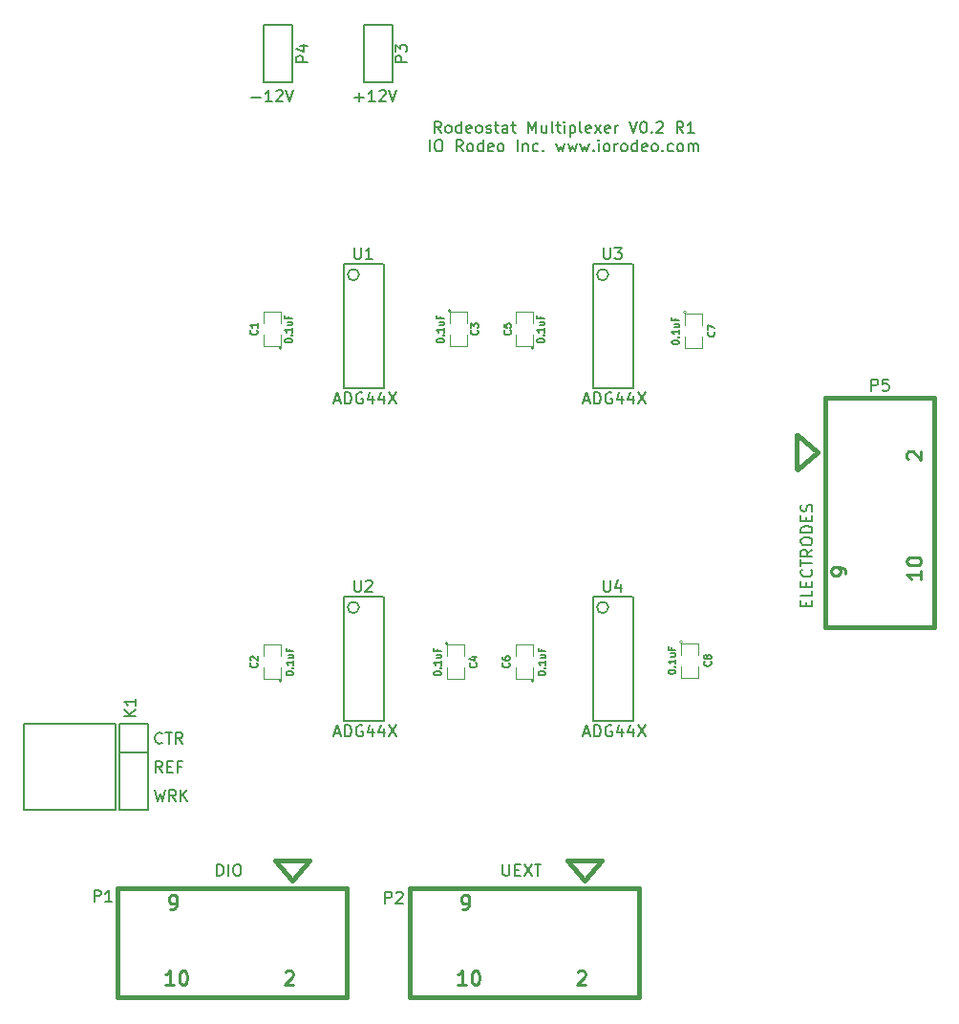
<source format=gto>
G04 (created by PCBNEW (2013-jul-07)-stable) date Thu 17 Jan 2019 04:45:59 PM PST*
%MOIN*%
G04 Gerber Fmt 3.4, Leading zero omitted, Abs format*
%FSLAX34Y34*%
G01*
G70*
G90*
G04 APERTURE LIST*
%ADD10C,0.00590551*%
%ADD11C,0.008*%
%ADD12C,0.00787402*%
%ADD13C,0.0039*%
%ADD14C,0.006*%
%ADD15C,0.015*%
%ADD16C,0.005*%
%ADD17C,0.01*%
G04 APERTURE END LIST*
G54D10*
G54D11*
X57452Y-50761D02*
X57452Y-50628D01*
X57661Y-50571D02*
X57661Y-50761D01*
X57261Y-50761D01*
X57261Y-50571D01*
X57661Y-50209D02*
X57661Y-50399D01*
X57261Y-50399D01*
X57452Y-50076D02*
X57452Y-49942D01*
X57661Y-49885D02*
X57661Y-50076D01*
X57261Y-50076D01*
X57261Y-49885D01*
X57623Y-49485D02*
X57642Y-49504D01*
X57661Y-49561D01*
X57661Y-49600D01*
X57642Y-49657D01*
X57604Y-49695D01*
X57566Y-49714D01*
X57490Y-49733D01*
X57433Y-49733D01*
X57357Y-49714D01*
X57319Y-49695D01*
X57280Y-49657D01*
X57261Y-49600D01*
X57261Y-49561D01*
X57280Y-49504D01*
X57300Y-49485D01*
X57261Y-49371D02*
X57261Y-49142D01*
X57661Y-49257D02*
X57261Y-49257D01*
X57661Y-48780D02*
X57471Y-48914D01*
X57661Y-49009D02*
X57261Y-49009D01*
X57261Y-48857D01*
X57280Y-48819D01*
X57300Y-48800D01*
X57338Y-48780D01*
X57395Y-48780D01*
X57433Y-48800D01*
X57452Y-48819D01*
X57471Y-48857D01*
X57471Y-49009D01*
X57261Y-48533D02*
X57261Y-48457D01*
X57280Y-48419D01*
X57319Y-48380D01*
X57395Y-48361D01*
X57528Y-48361D01*
X57604Y-48380D01*
X57642Y-48419D01*
X57661Y-48457D01*
X57661Y-48533D01*
X57642Y-48571D01*
X57604Y-48609D01*
X57528Y-48628D01*
X57395Y-48628D01*
X57319Y-48609D01*
X57280Y-48571D01*
X57261Y-48533D01*
X57661Y-48190D02*
X57261Y-48190D01*
X57261Y-48095D01*
X57280Y-48038D01*
X57319Y-48000D01*
X57357Y-47980D01*
X57433Y-47961D01*
X57490Y-47961D01*
X57566Y-47980D01*
X57604Y-48000D01*
X57642Y-48038D01*
X57661Y-48095D01*
X57661Y-48190D01*
X57452Y-47790D02*
X57452Y-47657D01*
X57661Y-47600D02*
X57661Y-47790D01*
X57261Y-47790D01*
X57261Y-47600D01*
X57642Y-47447D02*
X57661Y-47390D01*
X57661Y-47295D01*
X57642Y-47257D01*
X57623Y-47238D01*
X57585Y-47219D01*
X57547Y-47219D01*
X57509Y-47238D01*
X57490Y-47257D01*
X57471Y-47295D01*
X57452Y-47371D01*
X57433Y-47409D01*
X57414Y-47428D01*
X57376Y-47447D01*
X57338Y-47447D01*
X57300Y-47428D01*
X57280Y-47409D01*
X57261Y-47371D01*
X57261Y-47276D01*
X57280Y-47219D01*
X44704Y-34261D02*
X44571Y-34071D01*
X44476Y-34261D02*
X44476Y-33861D01*
X44628Y-33861D01*
X44666Y-33880D01*
X44685Y-33900D01*
X44704Y-33938D01*
X44704Y-33995D01*
X44685Y-34033D01*
X44666Y-34052D01*
X44628Y-34071D01*
X44476Y-34071D01*
X44933Y-34261D02*
X44895Y-34242D01*
X44876Y-34223D01*
X44857Y-34185D01*
X44857Y-34071D01*
X44876Y-34033D01*
X44895Y-34014D01*
X44933Y-33995D01*
X44990Y-33995D01*
X45028Y-34014D01*
X45047Y-34033D01*
X45066Y-34071D01*
X45066Y-34185D01*
X45047Y-34223D01*
X45028Y-34242D01*
X44990Y-34261D01*
X44933Y-34261D01*
X45409Y-34261D02*
X45409Y-33861D01*
X45409Y-34242D02*
X45371Y-34261D01*
X45295Y-34261D01*
X45257Y-34242D01*
X45238Y-34223D01*
X45219Y-34185D01*
X45219Y-34071D01*
X45238Y-34033D01*
X45257Y-34014D01*
X45295Y-33995D01*
X45371Y-33995D01*
X45409Y-34014D01*
X45752Y-34242D02*
X45714Y-34261D01*
X45638Y-34261D01*
X45600Y-34242D01*
X45580Y-34204D01*
X45580Y-34052D01*
X45600Y-34014D01*
X45638Y-33995D01*
X45714Y-33995D01*
X45752Y-34014D01*
X45771Y-34052D01*
X45771Y-34090D01*
X45580Y-34128D01*
X46000Y-34261D02*
X45961Y-34242D01*
X45942Y-34223D01*
X45923Y-34185D01*
X45923Y-34071D01*
X45942Y-34033D01*
X45961Y-34014D01*
X46000Y-33995D01*
X46057Y-33995D01*
X46095Y-34014D01*
X46114Y-34033D01*
X46133Y-34071D01*
X46133Y-34185D01*
X46114Y-34223D01*
X46095Y-34242D01*
X46057Y-34261D01*
X46000Y-34261D01*
X46285Y-34242D02*
X46323Y-34261D01*
X46400Y-34261D01*
X46438Y-34242D01*
X46457Y-34204D01*
X46457Y-34185D01*
X46438Y-34147D01*
X46400Y-34128D01*
X46342Y-34128D01*
X46304Y-34109D01*
X46285Y-34071D01*
X46285Y-34052D01*
X46304Y-34014D01*
X46342Y-33995D01*
X46400Y-33995D01*
X46438Y-34014D01*
X46571Y-33995D02*
X46723Y-33995D01*
X46628Y-33861D02*
X46628Y-34204D01*
X46647Y-34242D01*
X46685Y-34261D01*
X46723Y-34261D01*
X47028Y-34261D02*
X47028Y-34052D01*
X47009Y-34014D01*
X46971Y-33995D01*
X46895Y-33995D01*
X46857Y-34014D01*
X47028Y-34242D02*
X46990Y-34261D01*
X46895Y-34261D01*
X46857Y-34242D01*
X46838Y-34204D01*
X46838Y-34166D01*
X46857Y-34128D01*
X46895Y-34109D01*
X46990Y-34109D01*
X47028Y-34090D01*
X47161Y-33995D02*
X47314Y-33995D01*
X47219Y-33861D02*
X47219Y-34204D01*
X47238Y-34242D01*
X47276Y-34261D01*
X47314Y-34261D01*
X47752Y-34261D02*
X47752Y-33861D01*
X47885Y-34147D01*
X48019Y-33861D01*
X48019Y-34261D01*
X48380Y-33995D02*
X48380Y-34261D01*
X48209Y-33995D02*
X48209Y-34204D01*
X48228Y-34242D01*
X48266Y-34261D01*
X48323Y-34261D01*
X48361Y-34242D01*
X48380Y-34223D01*
X48628Y-34261D02*
X48590Y-34242D01*
X48571Y-34204D01*
X48571Y-33861D01*
X48723Y-33995D02*
X48876Y-33995D01*
X48780Y-33861D02*
X48780Y-34204D01*
X48800Y-34242D01*
X48838Y-34261D01*
X48876Y-34261D01*
X49009Y-34261D02*
X49009Y-33995D01*
X49009Y-33861D02*
X48990Y-33880D01*
X49009Y-33900D01*
X49028Y-33880D01*
X49009Y-33861D01*
X49009Y-33900D01*
X49200Y-33995D02*
X49200Y-34395D01*
X49200Y-34014D02*
X49238Y-33995D01*
X49314Y-33995D01*
X49352Y-34014D01*
X49371Y-34033D01*
X49390Y-34071D01*
X49390Y-34185D01*
X49371Y-34223D01*
X49352Y-34242D01*
X49314Y-34261D01*
X49238Y-34261D01*
X49200Y-34242D01*
X49619Y-34261D02*
X49580Y-34242D01*
X49561Y-34204D01*
X49561Y-33861D01*
X49923Y-34242D02*
X49885Y-34261D01*
X49809Y-34261D01*
X49771Y-34242D01*
X49752Y-34204D01*
X49752Y-34052D01*
X49771Y-34014D01*
X49809Y-33995D01*
X49885Y-33995D01*
X49923Y-34014D01*
X49942Y-34052D01*
X49942Y-34090D01*
X49752Y-34128D01*
X50076Y-34261D02*
X50285Y-33995D01*
X50076Y-33995D02*
X50285Y-34261D01*
X50590Y-34242D02*
X50552Y-34261D01*
X50476Y-34261D01*
X50438Y-34242D01*
X50419Y-34204D01*
X50419Y-34052D01*
X50438Y-34014D01*
X50476Y-33995D01*
X50552Y-33995D01*
X50590Y-34014D01*
X50609Y-34052D01*
X50609Y-34090D01*
X50419Y-34128D01*
X50780Y-34261D02*
X50780Y-33995D01*
X50780Y-34071D02*
X50799Y-34033D01*
X50819Y-34014D01*
X50857Y-33995D01*
X50895Y-33995D01*
X51276Y-33861D02*
X51409Y-34261D01*
X51542Y-33861D01*
X51752Y-33861D02*
X51790Y-33861D01*
X51828Y-33880D01*
X51847Y-33900D01*
X51866Y-33938D01*
X51885Y-34014D01*
X51885Y-34109D01*
X51866Y-34185D01*
X51847Y-34223D01*
X51828Y-34242D01*
X51790Y-34261D01*
X51752Y-34261D01*
X51714Y-34242D01*
X51695Y-34223D01*
X51676Y-34185D01*
X51657Y-34109D01*
X51657Y-34014D01*
X51676Y-33938D01*
X51695Y-33900D01*
X51714Y-33880D01*
X51752Y-33861D01*
X52057Y-34223D02*
X52076Y-34242D01*
X52057Y-34261D01*
X52038Y-34242D01*
X52057Y-34223D01*
X52057Y-34261D01*
X52228Y-33900D02*
X52247Y-33880D01*
X52285Y-33861D01*
X52380Y-33861D01*
X52419Y-33880D01*
X52438Y-33900D01*
X52457Y-33938D01*
X52457Y-33976D01*
X52438Y-34033D01*
X52209Y-34261D01*
X52457Y-34261D01*
X53161Y-34261D02*
X53028Y-34071D01*
X52933Y-34261D02*
X52933Y-33861D01*
X53085Y-33861D01*
X53123Y-33880D01*
X53142Y-33900D01*
X53161Y-33938D01*
X53161Y-33995D01*
X53142Y-34033D01*
X53123Y-34052D01*
X53085Y-34071D01*
X52933Y-34071D01*
X53542Y-34261D02*
X53314Y-34261D01*
X53428Y-34261D02*
X53428Y-33861D01*
X53390Y-33919D01*
X53352Y-33957D01*
X53314Y-33976D01*
X44323Y-34901D02*
X44323Y-34501D01*
X44590Y-34501D02*
X44666Y-34501D01*
X44704Y-34520D01*
X44742Y-34559D01*
X44761Y-34635D01*
X44761Y-34768D01*
X44742Y-34844D01*
X44704Y-34882D01*
X44666Y-34901D01*
X44590Y-34901D01*
X44552Y-34882D01*
X44514Y-34844D01*
X44495Y-34768D01*
X44495Y-34635D01*
X44514Y-34559D01*
X44552Y-34520D01*
X44590Y-34501D01*
X45466Y-34901D02*
X45333Y-34711D01*
X45238Y-34901D02*
X45238Y-34501D01*
X45390Y-34501D01*
X45428Y-34520D01*
X45447Y-34540D01*
X45466Y-34578D01*
X45466Y-34635D01*
X45447Y-34673D01*
X45428Y-34692D01*
X45390Y-34711D01*
X45238Y-34711D01*
X45695Y-34901D02*
X45657Y-34882D01*
X45638Y-34863D01*
X45619Y-34825D01*
X45619Y-34711D01*
X45638Y-34673D01*
X45657Y-34654D01*
X45695Y-34635D01*
X45752Y-34635D01*
X45790Y-34654D01*
X45809Y-34673D01*
X45828Y-34711D01*
X45828Y-34825D01*
X45809Y-34863D01*
X45790Y-34882D01*
X45752Y-34901D01*
X45695Y-34901D01*
X46171Y-34901D02*
X46171Y-34501D01*
X46171Y-34882D02*
X46133Y-34901D01*
X46057Y-34901D01*
X46019Y-34882D01*
X46000Y-34863D01*
X45980Y-34825D01*
X45980Y-34711D01*
X46000Y-34673D01*
X46019Y-34654D01*
X46057Y-34635D01*
X46133Y-34635D01*
X46171Y-34654D01*
X46514Y-34882D02*
X46476Y-34901D01*
X46400Y-34901D01*
X46361Y-34882D01*
X46342Y-34844D01*
X46342Y-34692D01*
X46361Y-34654D01*
X46400Y-34635D01*
X46476Y-34635D01*
X46514Y-34654D01*
X46533Y-34692D01*
X46533Y-34730D01*
X46342Y-34768D01*
X46761Y-34901D02*
X46723Y-34882D01*
X46704Y-34863D01*
X46685Y-34825D01*
X46685Y-34711D01*
X46704Y-34673D01*
X46723Y-34654D01*
X46761Y-34635D01*
X46819Y-34635D01*
X46857Y-34654D01*
X46876Y-34673D01*
X46895Y-34711D01*
X46895Y-34825D01*
X46876Y-34863D01*
X46857Y-34882D01*
X46819Y-34901D01*
X46761Y-34901D01*
X47371Y-34901D02*
X47371Y-34501D01*
X47561Y-34635D02*
X47561Y-34901D01*
X47561Y-34673D02*
X47580Y-34654D01*
X47619Y-34635D01*
X47676Y-34635D01*
X47714Y-34654D01*
X47733Y-34692D01*
X47733Y-34901D01*
X48095Y-34882D02*
X48057Y-34901D01*
X47980Y-34901D01*
X47942Y-34882D01*
X47923Y-34863D01*
X47904Y-34825D01*
X47904Y-34711D01*
X47923Y-34673D01*
X47942Y-34654D01*
X47980Y-34635D01*
X48057Y-34635D01*
X48095Y-34654D01*
X48266Y-34863D02*
X48285Y-34882D01*
X48266Y-34901D01*
X48247Y-34882D01*
X48266Y-34863D01*
X48266Y-34901D01*
X48723Y-34635D02*
X48800Y-34901D01*
X48876Y-34711D01*
X48952Y-34901D01*
X49028Y-34635D01*
X49142Y-34635D02*
X49219Y-34901D01*
X49295Y-34711D01*
X49371Y-34901D01*
X49447Y-34635D01*
X49561Y-34635D02*
X49638Y-34901D01*
X49714Y-34711D01*
X49790Y-34901D01*
X49866Y-34635D01*
X50019Y-34863D02*
X50038Y-34882D01*
X50019Y-34901D01*
X50000Y-34882D01*
X50019Y-34863D01*
X50019Y-34901D01*
X50209Y-34901D02*
X50209Y-34635D01*
X50209Y-34501D02*
X50190Y-34520D01*
X50209Y-34540D01*
X50228Y-34520D01*
X50209Y-34501D01*
X50209Y-34540D01*
X50457Y-34901D02*
X50419Y-34882D01*
X50400Y-34863D01*
X50380Y-34825D01*
X50380Y-34711D01*
X50400Y-34673D01*
X50419Y-34654D01*
X50457Y-34635D01*
X50514Y-34635D01*
X50552Y-34654D01*
X50571Y-34673D01*
X50590Y-34711D01*
X50590Y-34825D01*
X50571Y-34863D01*
X50552Y-34882D01*
X50514Y-34901D01*
X50457Y-34901D01*
X50761Y-34901D02*
X50761Y-34635D01*
X50761Y-34711D02*
X50780Y-34673D01*
X50800Y-34654D01*
X50838Y-34635D01*
X50876Y-34635D01*
X51066Y-34901D02*
X51028Y-34882D01*
X51009Y-34863D01*
X50990Y-34825D01*
X50990Y-34711D01*
X51009Y-34673D01*
X51028Y-34654D01*
X51066Y-34635D01*
X51123Y-34635D01*
X51161Y-34654D01*
X51180Y-34673D01*
X51200Y-34711D01*
X51200Y-34825D01*
X51180Y-34863D01*
X51161Y-34882D01*
X51123Y-34901D01*
X51066Y-34901D01*
X51542Y-34901D02*
X51542Y-34501D01*
X51542Y-34882D02*
X51504Y-34901D01*
X51428Y-34901D01*
X51390Y-34882D01*
X51371Y-34863D01*
X51352Y-34825D01*
X51352Y-34711D01*
X51371Y-34673D01*
X51390Y-34654D01*
X51428Y-34635D01*
X51504Y-34635D01*
X51542Y-34654D01*
X51885Y-34882D02*
X51847Y-34901D01*
X51771Y-34901D01*
X51733Y-34882D01*
X51714Y-34844D01*
X51714Y-34692D01*
X51733Y-34654D01*
X51771Y-34635D01*
X51847Y-34635D01*
X51885Y-34654D01*
X51904Y-34692D01*
X51904Y-34730D01*
X51714Y-34768D01*
X52133Y-34901D02*
X52095Y-34882D01*
X52076Y-34863D01*
X52057Y-34825D01*
X52057Y-34711D01*
X52076Y-34673D01*
X52095Y-34654D01*
X52133Y-34635D01*
X52190Y-34635D01*
X52228Y-34654D01*
X52247Y-34673D01*
X52266Y-34711D01*
X52266Y-34825D01*
X52247Y-34863D01*
X52228Y-34882D01*
X52190Y-34901D01*
X52133Y-34901D01*
X52438Y-34863D02*
X52457Y-34882D01*
X52438Y-34901D01*
X52419Y-34882D01*
X52438Y-34863D01*
X52438Y-34901D01*
X52800Y-34882D02*
X52761Y-34901D01*
X52685Y-34901D01*
X52647Y-34882D01*
X52628Y-34863D01*
X52609Y-34825D01*
X52609Y-34711D01*
X52628Y-34673D01*
X52647Y-34654D01*
X52685Y-34635D01*
X52761Y-34635D01*
X52800Y-34654D01*
X53028Y-34901D02*
X52990Y-34882D01*
X52971Y-34863D01*
X52952Y-34825D01*
X52952Y-34711D01*
X52971Y-34673D01*
X52990Y-34654D01*
X53028Y-34635D01*
X53085Y-34635D01*
X53123Y-34654D01*
X53142Y-34673D01*
X53161Y-34711D01*
X53161Y-34825D01*
X53142Y-34863D01*
X53123Y-34882D01*
X53085Y-34901D01*
X53028Y-34901D01*
X53333Y-34901D02*
X53333Y-34635D01*
X53333Y-34673D02*
X53352Y-34654D01*
X53390Y-34635D01*
X53447Y-34635D01*
X53485Y-34654D01*
X53504Y-34692D01*
X53504Y-34901D01*
X53504Y-34692D02*
X53523Y-34654D01*
X53561Y-34635D01*
X53619Y-34635D01*
X53657Y-34654D01*
X53676Y-34692D01*
X53676Y-34901D01*
X46861Y-59761D02*
X46861Y-60085D01*
X46880Y-60123D01*
X46900Y-60142D01*
X46938Y-60161D01*
X47014Y-60161D01*
X47052Y-60142D01*
X47071Y-60123D01*
X47090Y-60085D01*
X47090Y-59761D01*
X47280Y-59952D02*
X47414Y-59952D01*
X47471Y-60161D02*
X47280Y-60161D01*
X47280Y-59761D01*
X47471Y-59761D01*
X47604Y-59761D02*
X47871Y-60161D01*
X47871Y-59761D02*
X47604Y-60161D01*
X47966Y-59761D02*
X48195Y-59761D01*
X48080Y-60161D02*
X48080Y-59761D01*
X36890Y-60161D02*
X36890Y-59761D01*
X36985Y-59761D01*
X37042Y-59780D01*
X37080Y-59819D01*
X37100Y-59857D01*
X37119Y-59933D01*
X37119Y-59990D01*
X37100Y-60066D01*
X37080Y-60104D01*
X37042Y-60142D01*
X36985Y-60161D01*
X36890Y-60161D01*
X37290Y-60161D02*
X37290Y-59761D01*
X37557Y-59761D02*
X37633Y-59761D01*
X37671Y-59780D01*
X37709Y-59819D01*
X37728Y-59895D01*
X37728Y-60028D01*
X37709Y-60104D01*
X37671Y-60142D01*
X37633Y-60161D01*
X37557Y-60161D01*
X37519Y-60142D01*
X37480Y-60104D01*
X37461Y-60028D01*
X37461Y-59895D01*
X37480Y-59819D01*
X37519Y-59780D01*
X37557Y-59761D01*
X34728Y-57161D02*
X34823Y-57561D01*
X34900Y-57276D01*
X34976Y-57561D01*
X35071Y-57161D01*
X35452Y-57561D02*
X35319Y-57371D01*
X35223Y-57561D02*
X35223Y-57161D01*
X35376Y-57161D01*
X35414Y-57180D01*
X35433Y-57200D01*
X35452Y-57238D01*
X35452Y-57295D01*
X35433Y-57333D01*
X35414Y-57352D01*
X35376Y-57371D01*
X35223Y-57371D01*
X35623Y-57561D02*
X35623Y-57161D01*
X35852Y-57561D02*
X35680Y-57333D01*
X35852Y-57161D02*
X35623Y-57390D01*
X34971Y-56561D02*
X34838Y-56371D01*
X34742Y-56561D02*
X34742Y-56161D01*
X34895Y-56161D01*
X34933Y-56180D01*
X34952Y-56200D01*
X34971Y-56238D01*
X34971Y-56295D01*
X34952Y-56333D01*
X34933Y-56352D01*
X34895Y-56371D01*
X34742Y-56371D01*
X35142Y-56352D02*
X35276Y-56352D01*
X35333Y-56561D02*
X35142Y-56561D01*
X35142Y-56161D01*
X35333Y-56161D01*
X35638Y-56352D02*
X35504Y-56352D01*
X35504Y-56561D02*
X35504Y-56161D01*
X35695Y-56161D01*
X34971Y-55523D02*
X34952Y-55542D01*
X34895Y-55561D01*
X34857Y-55561D01*
X34800Y-55542D01*
X34761Y-55504D01*
X34742Y-55466D01*
X34723Y-55390D01*
X34723Y-55333D01*
X34742Y-55257D01*
X34761Y-55219D01*
X34800Y-55180D01*
X34857Y-55161D01*
X34895Y-55161D01*
X34952Y-55180D01*
X34971Y-55200D01*
X35085Y-55161D02*
X35314Y-55161D01*
X35200Y-55561D02*
X35200Y-55161D01*
X35676Y-55561D02*
X35542Y-55371D01*
X35447Y-55561D02*
X35447Y-55161D01*
X35600Y-55161D01*
X35638Y-55180D01*
X35657Y-55200D01*
X35676Y-55238D01*
X35676Y-55295D01*
X35657Y-55333D01*
X35638Y-55352D01*
X35600Y-55371D01*
X35447Y-55371D01*
X41695Y-33009D02*
X42000Y-33009D01*
X41847Y-33161D02*
X41847Y-32857D01*
X42400Y-33161D02*
X42171Y-33161D01*
X42285Y-33161D02*
X42285Y-32761D01*
X42247Y-32819D01*
X42209Y-32857D01*
X42171Y-32876D01*
X42552Y-32800D02*
X42571Y-32780D01*
X42609Y-32761D01*
X42704Y-32761D01*
X42742Y-32780D01*
X42761Y-32800D01*
X42780Y-32838D01*
X42780Y-32876D01*
X42761Y-32933D01*
X42533Y-33161D01*
X42780Y-33161D01*
X42895Y-32761D02*
X43028Y-33161D01*
X43161Y-32761D01*
X38095Y-33009D02*
X38400Y-33009D01*
X38800Y-33161D02*
X38571Y-33161D01*
X38685Y-33161D02*
X38685Y-32761D01*
X38647Y-32819D01*
X38609Y-32857D01*
X38571Y-32876D01*
X38952Y-32800D02*
X38971Y-32780D01*
X39009Y-32761D01*
X39104Y-32761D01*
X39142Y-32780D01*
X39161Y-32800D01*
X39180Y-32838D01*
X39180Y-32876D01*
X39161Y-32933D01*
X38933Y-33161D01*
X39180Y-33161D01*
X39295Y-32761D02*
X39428Y-33161D01*
X39561Y-32761D01*
G54D12*
X30150Y-54850D02*
X33350Y-54850D01*
X30150Y-57850D02*
X30150Y-54850D01*
X33350Y-57850D02*
X30150Y-57850D01*
X33350Y-56350D02*
X33350Y-57850D01*
X33350Y-56350D02*
X33350Y-54850D01*
G54D13*
X53129Y-52000D02*
G75*
G03X53129Y-52000I-50J0D01*
G74*
G01*
X53079Y-52450D02*
X53079Y-52050D01*
X53079Y-52050D02*
X53679Y-52050D01*
X53679Y-52050D02*
X53679Y-52450D01*
X53679Y-52850D02*
X53679Y-53250D01*
X53679Y-53250D02*
X53079Y-53250D01*
X53079Y-53250D02*
X53079Y-52850D01*
X47950Y-53350D02*
G75*
G03X47950Y-53350I-50J0D01*
G74*
G01*
X47900Y-52900D02*
X47900Y-53300D01*
X47900Y-53300D02*
X47300Y-53300D01*
X47300Y-53300D02*
X47300Y-52900D01*
X47300Y-52500D02*
X47300Y-52100D01*
X47300Y-52100D02*
X47900Y-52100D01*
X47900Y-52100D02*
X47900Y-52500D01*
X53259Y-40509D02*
G75*
G03X53259Y-40509I-50J0D01*
G74*
G01*
X53209Y-40959D02*
X53209Y-40559D01*
X53209Y-40559D02*
X53809Y-40559D01*
X53809Y-40559D02*
X53809Y-40959D01*
X53809Y-41359D02*
X53809Y-41759D01*
X53809Y-41759D02*
X53209Y-41759D01*
X53209Y-41759D02*
X53209Y-41359D01*
X47950Y-41750D02*
G75*
G03X47950Y-41750I-50J0D01*
G74*
G01*
X47900Y-41300D02*
X47900Y-41700D01*
X47900Y-41700D02*
X47300Y-41700D01*
X47300Y-41700D02*
X47300Y-41300D01*
X47300Y-40900D02*
X47300Y-40500D01*
X47300Y-40500D02*
X47900Y-40500D01*
X47900Y-40500D02*
X47900Y-40900D01*
X44950Y-52050D02*
G75*
G03X44950Y-52050I-50J0D01*
G74*
G01*
X44900Y-52500D02*
X44900Y-52100D01*
X44900Y-52100D02*
X45500Y-52100D01*
X45500Y-52100D02*
X45500Y-52500D01*
X45500Y-52900D02*
X45500Y-53300D01*
X45500Y-53300D02*
X44900Y-53300D01*
X44900Y-53300D02*
X44900Y-52900D01*
X39150Y-53350D02*
G75*
G03X39150Y-53350I-50J0D01*
G74*
G01*
X39100Y-52900D02*
X39100Y-53300D01*
X39100Y-53300D02*
X38500Y-53300D01*
X38500Y-53300D02*
X38500Y-52900D01*
X38500Y-52500D02*
X38500Y-52100D01*
X38500Y-52100D02*
X39100Y-52100D01*
X39100Y-52100D02*
X39100Y-52500D01*
X45050Y-40450D02*
G75*
G03X45050Y-40450I-50J0D01*
G74*
G01*
X45000Y-40900D02*
X45000Y-40500D01*
X45000Y-40500D02*
X45600Y-40500D01*
X45600Y-40500D02*
X45600Y-40900D01*
X45600Y-41300D02*
X45600Y-41700D01*
X45600Y-41700D02*
X45000Y-41700D01*
X45000Y-41700D02*
X45000Y-41300D01*
X39150Y-41750D02*
G75*
G03X39150Y-41750I-50J0D01*
G74*
G01*
X39100Y-41300D02*
X39100Y-41700D01*
X39100Y-41700D02*
X38500Y-41700D01*
X38500Y-41700D02*
X38500Y-41300D01*
X38500Y-40900D02*
X38500Y-40500D01*
X38500Y-40500D02*
X39100Y-40500D01*
X39100Y-40500D02*
X39100Y-40900D01*
G54D14*
X33480Y-54850D02*
X34480Y-54850D01*
X34480Y-54850D02*
X34480Y-57850D01*
X34480Y-57850D02*
X33480Y-57850D01*
X33480Y-57850D02*
X33480Y-54850D01*
X34480Y-55850D02*
X33480Y-55850D01*
X38500Y-30500D02*
X39500Y-30500D01*
X39500Y-30500D02*
X39500Y-32500D01*
X39500Y-32500D02*
X38500Y-32500D01*
X38500Y-32500D02*
X38500Y-30500D01*
X42000Y-30500D02*
X43000Y-30500D01*
X43000Y-30500D02*
X43000Y-32500D01*
X43000Y-32500D02*
X42000Y-32500D01*
X42000Y-32500D02*
X42000Y-30500D01*
G54D15*
X41400Y-64400D02*
X33400Y-64400D01*
X33400Y-64400D02*
X33400Y-60600D01*
X33400Y-60600D02*
X41400Y-60600D01*
X41400Y-60600D02*
X41400Y-64400D01*
X40117Y-59626D02*
X38935Y-59626D01*
X39512Y-60339D02*
X40112Y-59639D01*
X38912Y-59640D02*
X39512Y-60340D01*
X51600Y-64400D02*
X43600Y-64400D01*
X43600Y-64400D02*
X43600Y-60600D01*
X43600Y-60600D02*
X51600Y-60600D01*
X51600Y-60600D02*
X51600Y-64400D01*
X50317Y-59626D02*
X49135Y-59626D01*
X49712Y-60339D02*
X50312Y-59639D01*
X49112Y-59640D02*
X49712Y-60340D01*
G54D10*
X50000Y-50435D02*
X50000Y-54770D01*
X51400Y-50435D02*
X51400Y-54770D01*
G54D12*
X50542Y-50801D02*
G75*
G03X50542Y-50801I-196J0D01*
G74*
G01*
X51388Y-50434D02*
X50011Y-50434D01*
X50011Y-54765D02*
X51388Y-54765D01*
G54D10*
X50000Y-38835D02*
X50000Y-43170D01*
X51400Y-38835D02*
X51400Y-43170D01*
G54D12*
X50542Y-39201D02*
G75*
G03X50542Y-39201I-196J0D01*
G74*
G01*
X51388Y-38834D02*
X50011Y-38834D01*
X50011Y-43165D02*
X51388Y-43165D01*
G54D10*
X41300Y-50435D02*
X41300Y-54770D01*
X42700Y-50435D02*
X42700Y-54770D01*
G54D12*
X41842Y-50801D02*
G75*
G03X41842Y-50801I-196J0D01*
G74*
G01*
X42688Y-50434D02*
X41311Y-50434D01*
X41311Y-54765D02*
X42688Y-54765D01*
G54D10*
X41300Y-38835D02*
X41300Y-43170D01*
X42700Y-38835D02*
X42700Y-43170D01*
G54D12*
X41842Y-39201D02*
G75*
G03X41842Y-39201I-196J0D01*
G74*
G01*
X42688Y-38834D02*
X41311Y-38834D01*
X41311Y-43165D02*
X42688Y-43165D01*
G54D15*
X61900Y-43500D02*
X61900Y-51500D01*
X61900Y-51500D02*
X58100Y-51500D01*
X58100Y-51500D02*
X58100Y-43500D01*
X58100Y-43500D02*
X61900Y-43500D01*
X57126Y-44783D02*
X57126Y-45965D01*
X57839Y-45388D02*
X57139Y-44788D01*
X57140Y-45988D02*
X57840Y-45388D01*
G54D16*
X54107Y-52691D02*
X54119Y-52703D01*
X54131Y-52739D01*
X54131Y-52763D01*
X54119Y-52798D01*
X54095Y-52822D01*
X54071Y-52834D01*
X54023Y-52846D01*
X53988Y-52846D01*
X53940Y-52834D01*
X53916Y-52822D01*
X53893Y-52798D01*
X53881Y-52763D01*
X53881Y-52739D01*
X53893Y-52703D01*
X53904Y-52691D01*
X53988Y-52548D02*
X53976Y-52572D01*
X53964Y-52584D01*
X53940Y-52596D01*
X53928Y-52596D01*
X53904Y-52584D01*
X53893Y-52572D01*
X53881Y-52548D01*
X53881Y-52501D01*
X53893Y-52477D01*
X53904Y-52465D01*
X53928Y-52453D01*
X53940Y-52453D01*
X53964Y-52465D01*
X53976Y-52477D01*
X53988Y-52501D01*
X53988Y-52548D01*
X54000Y-52572D01*
X54012Y-52584D01*
X54035Y-52596D01*
X54083Y-52596D01*
X54107Y-52584D01*
X54119Y-52572D01*
X54131Y-52548D01*
X54131Y-52501D01*
X54119Y-52477D01*
X54107Y-52465D01*
X54083Y-52453D01*
X54035Y-52453D01*
X54012Y-52465D01*
X54000Y-52477D01*
X53988Y-52501D01*
X52631Y-53060D02*
X52631Y-53036D01*
X52643Y-53013D01*
X52654Y-53001D01*
X52678Y-52989D01*
X52726Y-52977D01*
X52785Y-52977D01*
X52833Y-52989D01*
X52857Y-53001D01*
X52869Y-53013D01*
X52881Y-53036D01*
X52881Y-53060D01*
X52869Y-53084D01*
X52857Y-53096D01*
X52833Y-53108D01*
X52785Y-53120D01*
X52726Y-53120D01*
X52678Y-53108D01*
X52654Y-53096D01*
X52643Y-53084D01*
X52631Y-53060D01*
X52857Y-52870D02*
X52869Y-52858D01*
X52881Y-52870D01*
X52869Y-52882D01*
X52857Y-52870D01*
X52881Y-52870D01*
X52881Y-52620D02*
X52881Y-52763D01*
X52881Y-52691D02*
X52631Y-52691D01*
X52666Y-52715D01*
X52690Y-52739D01*
X52702Y-52763D01*
X52714Y-52405D02*
X52881Y-52405D01*
X52714Y-52513D02*
X52845Y-52513D01*
X52869Y-52501D01*
X52881Y-52477D01*
X52881Y-52441D01*
X52869Y-52417D01*
X52857Y-52405D01*
X52750Y-52203D02*
X52750Y-52286D01*
X52881Y-52286D02*
X52631Y-52286D01*
X52631Y-52167D01*
X47077Y-52741D02*
X47089Y-52753D01*
X47101Y-52789D01*
X47101Y-52813D01*
X47089Y-52848D01*
X47065Y-52872D01*
X47041Y-52884D01*
X46994Y-52896D01*
X46958Y-52896D01*
X46910Y-52884D01*
X46886Y-52872D01*
X46863Y-52848D01*
X46851Y-52813D01*
X46851Y-52789D01*
X46863Y-52753D01*
X46875Y-52741D01*
X46851Y-52527D02*
X46851Y-52575D01*
X46863Y-52598D01*
X46875Y-52610D01*
X46910Y-52634D01*
X46958Y-52646D01*
X47053Y-52646D01*
X47077Y-52634D01*
X47089Y-52622D01*
X47101Y-52598D01*
X47101Y-52551D01*
X47089Y-52527D01*
X47077Y-52515D01*
X47053Y-52503D01*
X46994Y-52503D01*
X46970Y-52515D01*
X46958Y-52527D01*
X46946Y-52551D01*
X46946Y-52598D01*
X46958Y-52622D01*
X46970Y-52634D01*
X46994Y-52646D01*
X48101Y-53110D02*
X48101Y-53086D01*
X48113Y-53063D01*
X48125Y-53051D01*
X48148Y-53039D01*
X48196Y-53027D01*
X48255Y-53027D01*
X48303Y-53039D01*
X48327Y-53051D01*
X48339Y-53063D01*
X48351Y-53086D01*
X48351Y-53110D01*
X48339Y-53134D01*
X48327Y-53146D01*
X48303Y-53158D01*
X48255Y-53170D01*
X48196Y-53170D01*
X48148Y-53158D01*
X48125Y-53146D01*
X48113Y-53134D01*
X48101Y-53110D01*
X48327Y-52920D02*
X48339Y-52908D01*
X48351Y-52920D01*
X48339Y-52932D01*
X48327Y-52920D01*
X48351Y-52920D01*
X48351Y-52670D02*
X48351Y-52813D01*
X48351Y-52741D02*
X48101Y-52741D01*
X48136Y-52765D01*
X48160Y-52789D01*
X48172Y-52813D01*
X48184Y-52455D02*
X48351Y-52455D01*
X48184Y-52563D02*
X48315Y-52563D01*
X48339Y-52551D01*
X48351Y-52527D01*
X48351Y-52491D01*
X48339Y-52467D01*
X48327Y-52455D01*
X48220Y-52253D02*
X48220Y-52336D01*
X48351Y-52336D02*
X48101Y-52336D01*
X48101Y-52217D01*
X54237Y-41201D02*
X54249Y-41213D01*
X54261Y-41249D01*
X54261Y-41272D01*
X54249Y-41308D01*
X54225Y-41332D01*
X54201Y-41344D01*
X54153Y-41356D01*
X54118Y-41356D01*
X54070Y-41344D01*
X54046Y-41332D01*
X54022Y-41308D01*
X54011Y-41272D01*
X54011Y-41249D01*
X54022Y-41213D01*
X54034Y-41201D01*
X54011Y-41118D02*
X54011Y-40951D01*
X54261Y-41058D01*
X52761Y-41570D02*
X52761Y-41546D01*
X52772Y-41522D01*
X52784Y-41511D01*
X52808Y-41499D01*
X52856Y-41487D01*
X52915Y-41487D01*
X52963Y-41499D01*
X52987Y-41511D01*
X52999Y-41522D01*
X53011Y-41546D01*
X53011Y-41570D01*
X52999Y-41594D01*
X52987Y-41606D01*
X52963Y-41618D01*
X52915Y-41630D01*
X52856Y-41630D01*
X52808Y-41618D01*
X52784Y-41606D01*
X52772Y-41594D01*
X52761Y-41570D01*
X52987Y-41380D02*
X52999Y-41368D01*
X53011Y-41380D01*
X52999Y-41391D01*
X52987Y-41380D01*
X53011Y-41380D01*
X53011Y-41130D02*
X53011Y-41272D01*
X53011Y-41201D02*
X52761Y-41201D01*
X52796Y-41225D01*
X52820Y-41249D01*
X52832Y-41272D01*
X52844Y-40915D02*
X53011Y-40915D01*
X52844Y-41022D02*
X52975Y-41022D01*
X52999Y-41011D01*
X53011Y-40987D01*
X53011Y-40951D01*
X52999Y-40927D01*
X52987Y-40915D01*
X52880Y-40713D02*
X52880Y-40796D01*
X53011Y-40796D02*
X52761Y-40796D01*
X52761Y-40677D01*
X47127Y-41141D02*
X47139Y-41153D01*
X47151Y-41189D01*
X47151Y-41213D01*
X47139Y-41248D01*
X47115Y-41272D01*
X47091Y-41284D01*
X47044Y-41296D01*
X47008Y-41296D01*
X46960Y-41284D01*
X46936Y-41272D01*
X46913Y-41248D01*
X46901Y-41213D01*
X46901Y-41189D01*
X46913Y-41153D01*
X46925Y-41141D01*
X46901Y-40915D02*
X46901Y-41034D01*
X47020Y-41046D01*
X47008Y-41034D01*
X46996Y-41010D01*
X46996Y-40951D01*
X47008Y-40927D01*
X47020Y-40915D01*
X47044Y-40903D01*
X47103Y-40903D01*
X47127Y-40915D01*
X47139Y-40927D01*
X47151Y-40951D01*
X47151Y-41010D01*
X47139Y-41034D01*
X47127Y-41046D01*
X48051Y-41510D02*
X48051Y-41486D01*
X48063Y-41463D01*
X48075Y-41451D01*
X48098Y-41439D01*
X48146Y-41427D01*
X48205Y-41427D01*
X48253Y-41439D01*
X48277Y-41451D01*
X48289Y-41463D01*
X48301Y-41486D01*
X48301Y-41510D01*
X48289Y-41534D01*
X48277Y-41546D01*
X48253Y-41558D01*
X48205Y-41570D01*
X48146Y-41570D01*
X48098Y-41558D01*
X48075Y-41546D01*
X48063Y-41534D01*
X48051Y-41510D01*
X48277Y-41320D02*
X48289Y-41308D01*
X48301Y-41320D01*
X48289Y-41332D01*
X48277Y-41320D01*
X48301Y-41320D01*
X48301Y-41070D02*
X48301Y-41213D01*
X48301Y-41141D02*
X48051Y-41141D01*
X48086Y-41165D01*
X48110Y-41189D01*
X48122Y-41213D01*
X48134Y-40855D02*
X48301Y-40855D01*
X48134Y-40963D02*
X48265Y-40963D01*
X48289Y-40951D01*
X48301Y-40927D01*
X48301Y-40891D01*
X48289Y-40867D01*
X48277Y-40855D01*
X48170Y-40653D02*
X48170Y-40736D01*
X48301Y-40736D02*
X48051Y-40736D01*
X48051Y-40617D01*
X45927Y-52741D02*
X45939Y-52753D01*
X45951Y-52789D01*
X45951Y-52813D01*
X45939Y-52848D01*
X45915Y-52872D01*
X45891Y-52884D01*
X45844Y-52896D01*
X45808Y-52896D01*
X45760Y-52884D01*
X45736Y-52872D01*
X45713Y-52848D01*
X45701Y-52813D01*
X45701Y-52789D01*
X45713Y-52753D01*
X45725Y-52741D01*
X45784Y-52527D02*
X45951Y-52527D01*
X45689Y-52586D02*
X45867Y-52646D01*
X45867Y-52491D01*
X44451Y-53110D02*
X44451Y-53086D01*
X44463Y-53063D01*
X44475Y-53051D01*
X44498Y-53039D01*
X44546Y-53027D01*
X44605Y-53027D01*
X44653Y-53039D01*
X44677Y-53051D01*
X44689Y-53063D01*
X44701Y-53086D01*
X44701Y-53110D01*
X44689Y-53134D01*
X44677Y-53146D01*
X44653Y-53158D01*
X44605Y-53170D01*
X44546Y-53170D01*
X44498Y-53158D01*
X44475Y-53146D01*
X44463Y-53134D01*
X44451Y-53110D01*
X44677Y-52920D02*
X44689Y-52908D01*
X44701Y-52920D01*
X44689Y-52932D01*
X44677Y-52920D01*
X44701Y-52920D01*
X44701Y-52670D02*
X44701Y-52813D01*
X44701Y-52741D02*
X44451Y-52741D01*
X44486Y-52765D01*
X44510Y-52789D01*
X44522Y-52813D01*
X44534Y-52455D02*
X44701Y-52455D01*
X44534Y-52563D02*
X44665Y-52563D01*
X44689Y-52551D01*
X44701Y-52527D01*
X44701Y-52491D01*
X44689Y-52467D01*
X44677Y-52455D01*
X44570Y-52253D02*
X44570Y-52336D01*
X44701Y-52336D02*
X44451Y-52336D01*
X44451Y-52217D01*
X38277Y-52741D02*
X38289Y-52753D01*
X38301Y-52789D01*
X38301Y-52813D01*
X38289Y-52848D01*
X38265Y-52872D01*
X38241Y-52884D01*
X38194Y-52896D01*
X38158Y-52896D01*
X38110Y-52884D01*
X38086Y-52872D01*
X38063Y-52848D01*
X38051Y-52813D01*
X38051Y-52789D01*
X38063Y-52753D01*
X38075Y-52741D01*
X38075Y-52646D02*
X38063Y-52634D01*
X38051Y-52610D01*
X38051Y-52551D01*
X38063Y-52527D01*
X38075Y-52515D01*
X38098Y-52503D01*
X38122Y-52503D01*
X38158Y-52515D01*
X38301Y-52658D01*
X38301Y-52503D01*
X39301Y-53110D02*
X39301Y-53086D01*
X39313Y-53063D01*
X39325Y-53051D01*
X39348Y-53039D01*
X39396Y-53027D01*
X39455Y-53027D01*
X39503Y-53039D01*
X39527Y-53051D01*
X39539Y-53063D01*
X39551Y-53086D01*
X39551Y-53110D01*
X39539Y-53134D01*
X39527Y-53146D01*
X39503Y-53158D01*
X39455Y-53170D01*
X39396Y-53170D01*
X39348Y-53158D01*
X39325Y-53146D01*
X39313Y-53134D01*
X39301Y-53110D01*
X39527Y-52920D02*
X39539Y-52908D01*
X39551Y-52920D01*
X39539Y-52932D01*
X39527Y-52920D01*
X39551Y-52920D01*
X39551Y-52670D02*
X39551Y-52813D01*
X39551Y-52741D02*
X39301Y-52741D01*
X39336Y-52765D01*
X39360Y-52789D01*
X39372Y-52813D01*
X39384Y-52455D02*
X39551Y-52455D01*
X39384Y-52563D02*
X39515Y-52563D01*
X39539Y-52551D01*
X39551Y-52527D01*
X39551Y-52491D01*
X39539Y-52467D01*
X39527Y-52455D01*
X39420Y-52253D02*
X39420Y-52336D01*
X39551Y-52336D02*
X39301Y-52336D01*
X39301Y-52217D01*
X45977Y-41141D02*
X45989Y-41153D01*
X46001Y-41189D01*
X46001Y-41213D01*
X45989Y-41248D01*
X45965Y-41272D01*
X45941Y-41284D01*
X45894Y-41296D01*
X45858Y-41296D01*
X45810Y-41284D01*
X45786Y-41272D01*
X45763Y-41248D01*
X45751Y-41213D01*
X45751Y-41189D01*
X45763Y-41153D01*
X45775Y-41141D01*
X45751Y-41058D02*
X45751Y-40903D01*
X45846Y-40986D01*
X45846Y-40951D01*
X45858Y-40927D01*
X45870Y-40915D01*
X45894Y-40903D01*
X45953Y-40903D01*
X45977Y-40915D01*
X45989Y-40927D01*
X46001Y-40951D01*
X46001Y-41022D01*
X45989Y-41046D01*
X45977Y-41058D01*
X44551Y-41510D02*
X44551Y-41486D01*
X44563Y-41463D01*
X44575Y-41451D01*
X44598Y-41439D01*
X44646Y-41427D01*
X44705Y-41427D01*
X44753Y-41439D01*
X44777Y-41451D01*
X44789Y-41463D01*
X44801Y-41486D01*
X44801Y-41510D01*
X44789Y-41534D01*
X44777Y-41546D01*
X44753Y-41558D01*
X44705Y-41570D01*
X44646Y-41570D01*
X44598Y-41558D01*
X44575Y-41546D01*
X44563Y-41534D01*
X44551Y-41510D01*
X44777Y-41320D02*
X44789Y-41308D01*
X44801Y-41320D01*
X44789Y-41332D01*
X44777Y-41320D01*
X44801Y-41320D01*
X44801Y-41070D02*
X44801Y-41213D01*
X44801Y-41141D02*
X44551Y-41141D01*
X44586Y-41165D01*
X44610Y-41189D01*
X44622Y-41213D01*
X44634Y-40855D02*
X44801Y-40855D01*
X44634Y-40963D02*
X44765Y-40963D01*
X44789Y-40951D01*
X44801Y-40927D01*
X44801Y-40891D01*
X44789Y-40867D01*
X44777Y-40855D01*
X44670Y-40653D02*
X44670Y-40736D01*
X44801Y-40736D02*
X44551Y-40736D01*
X44551Y-40617D01*
X38277Y-41141D02*
X38289Y-41153D01*
X38301Y-41189D01*
X38301Y-41213D01*
X38289Y-41248D01*
X38265Y-41272D01*
X38241Y-41284D01*
X38194Y-41296D01*
X38158Y-41296D01*
X38110Y-41284D01*
X38086Y-41272D01*
X38063Y-41248D01*
X38051Y-41213D01*
X38051Y-41189D01*
X38063Y-41153D01*
X38075Y-41141D01*
X38301Y-40903D02*
X38301Y-41046D01*
X38301Y-40975D02*
X38051Y-40975D01*
X38086Y-40998D01*
X38110Y-41022D01*
X38122Y-41046D01*
X39251Y-41510D02*
X39251Y-41486D01*
X39263Y-41463D01*
X39275Y-41451D01*
X39298Y-41439D01*
X39346Y-41427D01*
X39405Y-41427D01*
X39453Y-41439D01*
X39477Y-41451D01*
X39489Y-41463D01*
X39501Y-41486D01*
X39501Y-41510D01*
X39489Y-41534D01*
X39477Y-41546D01*
X39453Y-41558D01*
X39405Y-41570D01*
X39346Y-41570D01*
X39298Y-41558D01*
X39275Y-41546D01*
X39263Y-41534D01*
X39251Y-41510D01*
X39477Y-41320D02*
X39489Y-41308D01*
X39501Y-41320D01*
X39489Y-41332D01*
X39477Y-41320D01*
X39501Y-41320D01*
X39501Y-41070D02*
X39501Y-41213D01*
X39501Y-41141D02*
X39251Y-41141D01*
X39286Y-41165D01*
X39310Y-41189D01*
X39322Y-41213D01*
X39334Y-40855D02*
X39501Y-40855D01*
X39334Y-40963D02*
X39465Y-40963D01*
X39489Y-40951D01*
X39501Y-40927D01*
X39501Y-40891D01*
X39489Y-40867D01*
X39477Y-40855D01*
X39370Y-40653D02*
X39370Y-40736D01*
X39501Y-40736D02*
X39251Y-40736D01*
X39251Y-40617D01*
G54D11*
X34061Y-54595D02*
X33661Y-54595D01*
X34061Y-54366D02*
X33833Y-54538D01*
X33661Y-54366D02*
X33890Y-54595D01*
X34061Y-53985D02*
X34061Y-54214D01*
X34061Y-54099D02*
X33661Y-54099D01*
X33719Y-54138D01*
X33757Y-54176D01*
X33776Y-54214D01*
X40061Y-31795D02*
X39661Y-31795D01*
X39661Y-31642D01*
X39680Y-31604D01*
X39700Y-31585D01*
X39738Y-31566D01*
X39795Y-31566D01*
X39833Y-31585D01*
X39852Y-31604D01*
X39871Y-31642D01*
X39871Y-31795D01*
X39795Y-31223D02*
X40061Y-31223D01*
X39642Y-31319D02*
X39928Y-31414D01*
X39928Y-31166D01*
X43511Y-31795D02*
X43111Y-31795D01*
X43111Y-31642D01*
X43130Y-31604D01*
X43150Y-31585D01*
X43188Y-31566D01*
X43245Y-31566D01*
X43283Y-31585D01*
X43302Y-31604D01*
X43321Y-31642D01*
X43321Y-31795D01*
X43111Y-31433D02*
X43111Y-31185D01*
X43264Y-31319D01*
X43264Y-31261D01*
X43283Y-31223D01*
X43302Y-31204D01*
X43340Y-31185D01*
X43435Y-31185D01*
X43473Y-31204D01*
X43492Y-31223D01*
X43511Y-31261D01*
X43511Y-31376D01*
X43492Y-31414D01*
X43473Y-31433D01*
X32604Y-61061D02*
X32604Y-60661D01*
X32757Y-60661D01*
X32795Y-60680D01*
X32814Y-60700D01*
X32833Y-60738D01*
X32833Y-60795D01*
X32814Y-60833D01*
X32795Y-60852D01*
X32757Y-60871D01*
X32604Y-60871D01*
X33214Y-61061D02*
X32985Y-61061D01*
X33100Y-61061D02*
X33100Y-60661D01*
X33061Y-60719D01*
X33023Y-60757D01*
X32985Y-60776D01*
G54D17*
X35375Y-63962D02*
X35090Y-63962D01*
X35232Y-63962D02*
X35232Y-63462D01*
X35185Y-63533D01*
X35137Y-63581D01*
X35090Y-63605D01*
X35685Y-63462D02*
X35732Y-63462D01*
X35780Y-63486D01*
X35804Y-63510D01*
X35828Y-63557D01*
X35851Y-63652D01*
X35851Y-63771D01*
X35828Y-63867D01*
X35804Y-63914D01*
X35780Y-63938D01*
X35732Y-63962D01*
X35685Y-63962D01*
X35637Y-63938D01*
X35613Y-63914D01*
X35590Y-63867D01*
X35566Y-63771D01*
X35566Y-63652D01*
X35590Y-63557D01*
X35613Y-63510D01*
X35637Y-63486D01*
X35685Y-63462D01*
X35257Y-61324D02*
X35353Y-61324D01*
X35400Y-61300D01*
X35424Y-61276D01*
X35472Y-61205D01*
X35495Y-61110D01*
X35495Y-60919D01*
X35472Y-60872D01*
X35448Y-60848D01*
X35400Y-60824D01*
X35305Y-60824D01*
X35257Y-60848D01*
X35233Y-60872D01*
X35210Y-60919D01*
X35210Y-61038D01*
X35233Y-61086D01*
X35257Y-61110D01*
X35305Y-61133D01*
X35400Y-61133D01*
X35448Y-61110D01*
X35472Y-61086D01*
X35495Y-61038D01*
X39265Y-63510D02*
X39288Y-63486D01*
X39336Y-63462D01*
X39455Y-63462D01*
X39503Y-63486D01*
X39527Y-63510D01*
X39550Y-63557D01*
X39550Y-63605D01*
X39527Y-63676D01*
X39241Y-63962D01*
X39550Y-63962D01*
G54D11*
X42754Y-61111D02*
X42754Y-60711D01*
X42907Y-60711D01*
X42945Y-60730D01*
X42964Y-60750D01*
X42983Y-60788D01*
X42983Y-60845D01*
X42964Y-60883D01*
X42945Y-60902D01*
X42907Y-60921D01*
X42754Y-60921D01*
X43135Y-60750D02*
X43154Y-60730D01*
X43192Y-60711D01*
X43288Y-60711D01*
X43326Y-60730D01*
X43345Y-60750D01*
X43364Y-60788D01*
X43364Y-60826D01*
X43345Y-60883D01*
X43116Y-61111D01*
X43364Y-61111D01*
G54D17*
X45575Y-63962D02*
X45290Y-63962D01*
X45432Y-63962D02*
X45432Y-63462D01*
X45385Y-63533D01*
X45337Y-63581D01*
X45290Y-63605D01*
X45885Y-63462D02*
X45932Y-63462D01*
X45980Y-63486D01*
X46004Y-63510D01*
X46028Y-63557D01*
X46051Y-63652D01*
X46051Y-63771D01*
X46028Y-63867D01*
X46004Y-63914D01*
X45980Y-63938D01*
X45932Y-63962D01*
X45885Y-63962D01*
X45837Y-63938D01*
X45813Y-63914D01*
X45790Y-63867D01*
X45766Y-63771D01*
X45766Y-63652D01*
X45790Y-63557D01*
X45813Y-63510D01*
X45837Y-63486D01*
X45885Y-63462D01*
X45457Y-61324D02*
X45553Y-61324D01*
X45600Y-61300D01*
X45624Y-61276D01*
X45672Y-61205D01*
X45695Y-61110D01*
X45695Y-60919D01*
X45672Y-60872D01*
X45648Y-60848D01*
X45600Y-60824D01*
X45505Y-60824D01*
X45457Y-60848D01*
X45433Y-60872D01*
X45410Y-60919D01*
X45410Y-61038D01*
X45433Y-61086D01*
X45457Y-61110D01*
X45505Y-61133D01*
X45600Y-61133D01*
X45648Y-61110D01*
X45672Y-61086D01*
X45695Y-61038D01*
X49465Y-63510D02*
X49488Y-63486D01*
X49536Y-63462D01*
X49655Y-63462D01*
X49703Y-63486D01*
X49727Y-63510D01*
X49750Y-63557D01*
X49750Y-63605D01*
X49727Y-63676D01*
X49441Y-63962D01*
X49750Y-63962D01*
G54D11*
X50380Y-49856D02*
X50380Y-50180D01*
X50399Y-50218D01*
X50418Y-50237D01*
X50456Y-50256D01*
X50532Y-50256D01*
X50570Y-50237D01*
X50589Y-50218D01*
X50608Y-50180D01*
X50608Y-49856D01*
X50970Y-49990D02*
X50970Y-50256D01*
X50875Y-49837D02*
X50780Y-50123D01*
X51027Y-50123D01*
X49688Y-55192D02*
X49878Y-55192D01*
X49650Y-55306D02*
X49783Y-54906D01*
X49916Y-55306D01*
X50050Y-55306D02*
X50050Y-54906D01*
X50145Y-54906D01*
X50202Y-54925D01*
X50240Y-54964D01*
X50259Y-55002D01*
X50278Y-55078D01*
X50278Y-55135D01*
X50259Y-55211D01*
X50240Y-55249D01*
X50202Y-55287D01*
X50145Y-55306D01*
X50050Y-55306D01*
X50659Y-54925D02*
X50621Y-54906D01*
X50564Y-54906D01*
X50507Y-54925D01*
X50469Y-54964D01*
X50450Y-55002D01*
X50431Y-55078D01*
X50431Y-55135D01*
X50450Y-55211D01*
X50469Y-55249D01*
X50507Y-55287D01*
X50564Y-55306D01*
X50602Y-55306D01*
X50659Y-55287D01*
X50678Y-55268D01*
X50678Y-55135D01*
X50602Y-55135D01*
X51021Y-55040D02*
X51021Y-55306D01*
X50926Y-54887D02*
X50831Y-55173D01*
X51078Y-55173D01*
X51402Y-55040D02*
X51402Y-55306D01*
X51307Y-54887D02*
X51212Y-55173D01*
X51459Y-55173D01*
X51574Y-54906D02*
X51840Y-55306D01*
X51840Y-54906D02*
X51574Y-55306D01*
X50380Y-38256D02*
X50380Y-38580D01*
X50399Y-38618D01*
X50418Y-38637D01*
X50456Y-38656D01*
X50532Y-38656D01*
X50570Y-38637D01*
X50589Y-38618D01*
X50608Y-38580D01*
X50608Y-38256D01*
X50761Y-38256D02*
X51008Y-38256D01*
X50875Y-38409D01*
X50932Y-38409D01*
X50970Y-38428D01*
X50989Y-38447D01*
X51008Y-38485D01*
X51008Y-38580D01*
X50989Y-38618D01*
X50970Y-38637D01*
X50932Y-38656D01*
X50818Y-38656D01*
X50780Y-38637D01*
X50761Y-38618D01*
X49688Y-43592D02*
X49878Y-43592D01*
X49650Y-43706D02*
X49783Y-43306D01*
X49916Y-43706D01*
X50050Y-43706D02*
X50050Y-43306D01*
X50145Y-43306D01*
X50202Y-43325D01*
X50240Y-43364D01*
X50259Y-43402D01*
X50278Y-43478D01*
X50278Y-43535D01*
X50259Y-43611D01*
X50240Y-43649D01*
X50202Y-43687D01*
X50145Y-43706D01*
X50050Y-43706D01*
X50659Y-43325D02*
X50621Y-43306D01*
X50564Y-43306D01*
X50507Y-43325D01*
X50469Y-43364D01*
X50450Y-43402D01*
X50431Y-43478D01*
X50431Y-43535D01*
X50450Y-43611D01*
X50469Y-43649D01*
X50507Y-43687D01*
X50564Y-43706D01*
X50602Y-43706D01*
X50659Y-43687D01*
X50678Y-43668D01*
X50678Y-43535D01*
X50602Y-43535D01*
X51021Y-43440D02*
X51021Y-43706D01*
X50926Y-43287D02*
X50831Y-43573D01*
X51078Y-43573D01*
X51402Y-43440D02*
X51402Y-43706D01*
X51307Y-43287D02*
X51212Y-43573D01*
X51459Y-43573D01*
X51574Y-43306D02*
X51840Y-43706D01*
X51840Y-43306D02*
X51574Y-43706D01*
X41680Y-49856D02*
X41680Y-50180D01*
X41699Y-50218D01*
X41718Y-50237D01*
X41756Y-50256D01*
X41832Y-50256D01*
X41870Y-50237D01*
X41889Y-50218D01*
X41908Y-50180D01*
X41908Y-49856D01*
X42080Y-49895D02*
X42099Y-49875D01*
X42137Y-49856D01*
X42232Y-49856D01*
X42270Y-49875D01*
X42289Y-49895D01*
X42308Y-49933D01*
X42308Y-49971D01*
X42289Y-50028D01*
X42061Y-50256D01*
X42308Y-50256D01*
X40988Y-55192D02*
X41178Y-55192D01*
X40950Y-55306D02*
X41083Y-54906D01*
X41216Y-55306D01*
X41350Y-55306D02*
X41350Y-54906D01*
X41445Y-54906D01*
X41502Y-54925D01*
X41540Y-54964D01*
X41559Y-55002D01*
X41578Y-55078D01*
X41578Y-55135D01*
X41559Y-55211D01*
X41540Y-55249D01*
X41502Y-55287D01*
X41445Y-55306D01*
X41350Y-55306D01*
X41959Y-54925D02*
X41921Y-54906D01*
X41864Y-54906D01*
X41807Y-54925D01*
X41769Y-54964D01*
X41750Y-55002D01*
X41731Y-55078D01*
X41731Y-55135D01*
X41750Y-55211D01*
X41769Y-55249D01*
X41807Y-55287D01*
X41864Y-55306D01*
X41902Y-55306D01*
X41959Y-55287D01*
X41978Y-55268D01*
X41978Y-55135D01*
X41902Y-55135D01*
X42321Y-55040D02*
X42321Y-55306D01*
X42226Y-54887D02*
X42131Y-55173D01*
X42378Y-55173D01*
X42702Y-55040D02*
X42702Y-55306D01*
X42607Y-54887D02*
X42512Y-55173D01*
X42759Y-55173D01*
X42874Y-54906D02*
X43140Y-55306D01*
X43140Y-54906D02*
X42874Y-55306D01*
X41680Y-38256D02*
X41680Y-38580D01*
X41699Y-38618D01*
X41718Y-38637D01*
X41756Y-38656D01*
X41832Y-38656D01*
X41870Y-38637D01*
X41889Y-38618D01*
X41908Y-38580D01*
X41908Y-38256D01*
X42308Y-38656D02*
X42080Y-38656D01*
X42194Y-38656D02*
X42194Y-38256D01*
X42156Y-38314D01*
X42118Y-38352D01*
X42080Y-38371D01*
X40988Y-43592D02*
X41178Y-43592D01*
X40950Y-43706D02*
X41083Y-43306D01*
X41216Y-43706D01*
X41350Y-43706D02*
X41350Y-43306D01*
X41445Y-43306D01*
X41502Y-43325D01*
X41540Y-43364D01*
X41559Y-43402D01*
X41578Y-43478D01*
X41578Y-43535D01*
X41559Y-43611D01*
X41540Y-43649D01*
X41502Y-43687D01*
X41445Y-43706D01*
X41350Y-43706D01*
X41959Y-43325D02*
X41921Y-43306D01*
X41864Y-43306D01*
X41807Y-43325D01*
X41769Y-43364D01*
X41750Y-43402D01*
X41731Y-43478D01*
X41731Y-43535D01*
X41750Y-43611D01*
X41769Y-43649D01*
X41807Y-43687D01*
X41864Y-43706D01*
X41902Y-43706D01*
X41959Y-43687D01*
X41978Y-43668D01*
X41978Y-43535D01*
X41902Y-43535D01*
X42321Y-43440D02*
X42321Y-43706D01*
X42226Y-43287D02*
X42131Y-43573D01*
X42378Y-43573D01*
X42702Y-43440D02*
X42702Y-43706D01*
X42607Y-43287D02*
X42512Y-43573D01*
X42759Y-43573D01*
X42874Y-43306D02*
X43140Y-43706D01*
X43140Y-43306D02*
X42874Y-43706D01*
X59724Y-43251D02*
X59724Y-42851D01*
X59877Y-42851D01*
X59915Y-42870D01*
X59934Y-42890D01*
X59953Y-42928D01*
X59953Y-42985D01*
X59934Y-43023D01*
X59915Y-43042D01*
X59877Y-43061D01*
X59724Y-43061D01*
X60315Y-42851D02*
X60124Y-42851D01*
X60105Y-43042D01*
X60124Y-43023D01*
X60162Y-43004D01*
X60258Y-43004D01*
X60296Y-43023D01*
X60315Y-43042D01*
X60334Y-43080D01*
X60334Y-43175D01*
X60315Y-43213D01*
X60296Y-43232D01*
X60258Y-43251D01*
X60162Y-43251D01*
X60124Y-43232D01*
X60105Y-43213D01*
G54D17*
X61462Y-49524D02*
X61462Y-49809D01*
X61462Y-49667D02*
X60962Y-49667D01*
X61033Y-49714D01*
X61081Y-49762D01*
X61105Y-49809D01*
X60962Y-49214D02*
X60962Y-49167D01*
X60986Y-49119D01*
X61010Y-49095D01*
X61057Y-49071D01*
X61152Y-49048D01*
X61271Y-49048D01*
X61367Y-49071D01*
X61414Y-49095D01*
X61438Y-49119D01*
X61462Y-49167D01*
X61462Y-49214D01*
X61438Y-49262D01*
X61414Y-49286D01*
X61367Y-49309D01*
X61271Y-49333D01*
X61152Y-49333D01*
X61057Y-49309D01*
X61010Y-49286D01*
X60986Y-49262D01*
X60962Y-49214D01*
X58824Y-49642D02*
X58824Y-49547D01*
X58800Y-49499D01*
X58776Y-49475D01*
X58705Y-49427D01*
X58610Y-49404D01*
X58419Y-49404D01*
X58372Y-49427D01*
X58348Y-49451D01*
X58324Y-49499D01*
X58324Y-49594D01*
X58348Y-49642D01*
X58372Y-49666D01*
X58419Y-49689D01*
X58538Y-49689D01*
X58586Y-49666D01*
X58610Y-49642D01*
X58633Y-49594D01*
X58633Y-49499D01*
X58610Y-49451D01*
X58586Y-49427D01*
X58538Y-49404D01*
X61010Y-45634D02*
X60986Y-45611D01*
X60962Y-45563D01*
X60962Y-45444D01*
X60986Y-45396D01*
X61010Y-45372D01*
X61057Y-45349D01*
X61105Y-45349D01*
X61176Y-45372D01*
X61462Y-45658D01*
X61462Y-45349D01*
M02*

</source>
